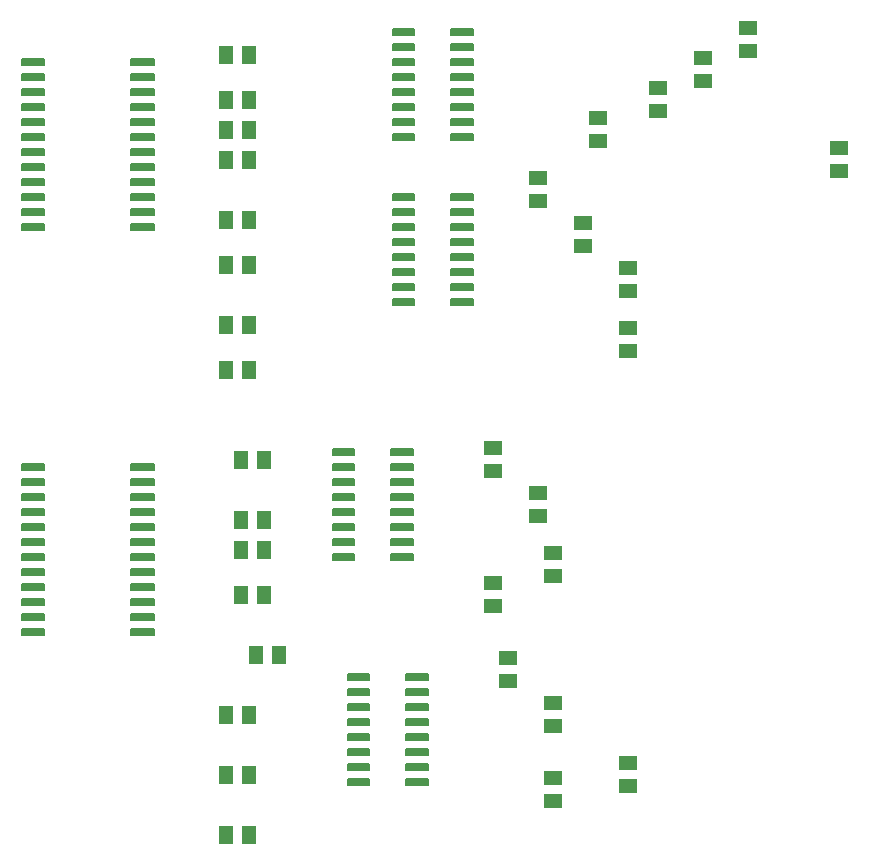
<source format=gtp>
G04 EAGLE Gerber RS-274X export*
G75*
%MOMM*%
%FSLAX34Y34*%
%LPD*%
%INSolderpaste Top*%
%IPPOS*%
%AMOC8*
5,1,8,0,0,1.08239X$1,22.5*%
G01*
%ADD10R,1.300000X1.500000*%
%ADD11R,1.500000X1.300000*%
%ADD12C,0.150000*%


D10*
X517500Y825500D03*
X498500Y825500D03*
X530200Y431800D03*
X511200Y431800D03*
X530200Y406400D03*
X511200Y406400D03*
X530200Y368300D03*
X511200Y368300D03*
X523900Y317500D03*
X542900Y317500D03*
X498500Y266700D03*
X517500Y266700D03*
X498500Y215900D03*
X517500Y215900D03*
X498500Y165100D03*
X517500Y165100D03*
D11*
X939800Y828700D03*
X939800Y847700D03*
X762000Y701700D03*
X762000Y720700D03*
X723900Y473100D03*
X723900Y492100D03*
D10*
X517500Y787400D03*
X498500Y787400D03*
D11*
X901700Y822300D03*
X901700Y803300D03*
X800100Y682600D03*
X800100Y663600D03*
X762000Y454000D03*
X762000Y435000D03*
X863600Y777900D03*
X863600Y796900D03*
X838200Y625500D03*
X838200Y644500D03*
X774700Y384200D03*
X774700Y403200D03*
X812800Y771500D03*
X812800Y752500D03*
X838200Y593700D03*
X838200Y574700D03*
X723900Y377800D03*
X723900Y358800D03*
X736600Y295300D03*
X736600Y314300D03*
D10*
X517500Y762000D03*
X498500Y762000D03*
D11*
X774700Y276200D03*
X774700Y257200D03*
X838200Y206400D03*
X838200Y225400D03*
X774700Y212700D03*
X774700Y193700D03*
X1017270Y727100D03*
X1017270Y746100D03*
D10*
X517500Y736600D03*
X498500Y736600D03*
X498500Y685800D03*
X517500Y685800D03*
X498500Y647700D03*
X517500Y647700D03*
X498500Y596900D03*
X517500Y596900D03*
X498500Y558800D03*
X517500Y558800D03*
X530200Y482600D03*
X511200Y482600D03*
D12*
X639250Y842300D02*
X657450Y842300D01*
X639250Y842300D02*
X639250Y846800D01*
X657450Y846800D01*
X657450Y842300D01*
X657450Y843725D02*
X639250Y843725D01*
X639250Y845150D02*
X657450Y845150D01*
X657450Y846575D02*
X639250Y846575D01*
X639250Y829600D02*
X657450Y829600D01*
X639250Y829600D02*
X639250Y834100D01*
X657450Y834100D01*
X657450Y829600D01*
X657450Y831025D02*
X639250Y831025D01*
X639250Y832450D02*
X657450Y832450D01*
X657450Y833875D02*
X639250Y833875D01*
X639250Y816900D02*
X657450Y816900D01*
X639250Y816900D02*
X639250Y821400D01*
X657450Y821400D01*
X657450Y816900D01*
X657450Y818325D02*
X639250Y818325D01*
X639250Y819750D02*
X657450Y819750D01*
X657450Y821175D02*
X639250Y821175D01*
X639250Y804200D02*
X657450Y804200D01*
X639250Y804200D02*
X639250Y808700D01*
X657450Y808700D01*
X657450Y804200D01*
X657450Y805625D02*
X639250Y805625D01*
X639250Y807050D02*
X657450Y807050D01*
X657450Y808475D02*
X639250Y808475D01*
X639250Y791500D02*
X657450Y791500D01*
X639250Y791500D02*
X639250Y796000D01*
X657450Y796000D01*
X657450Y791500D01*
X657450Y792925D02*
X639250Y792925D01*
X639250Y794350D02*
X657450Y794350D01*
X657450Y795775D02*
X639250Y795775D01*
X639250Y778800D02*
X657450Y778800D01*
X639250Y778800D02*
X639250Y783300D01*
X657450Y783300D01*
X657450Y778800D01*
X657450Y780225D02*
X639250Y780225D01*
X639250Y781650D02*
X657450Y781650D01*
X657450Y783075D02*
X639250Y783075D01*
X639250Y766100D02*
X657450Y766100D01*
X639250Y766100D02*
X639250Y770600D01*
X657450Y770600D01*
X657450Y766100D01*
X657450Y767525D02*
X639250Y767525D01*
X639250Y768950D02*
X657450Y768950D01*
X657450Y770375D02*
X639250Y770375D01*
X639250Y753400D02*
X657450Y753400D01*
X639250Y753400D02*
X639250Y757900D01*
X657450Y757900D01*
X657450Y753400D01*
X657450Y754825D02*
X639250Y754825D01*
X639250Y756250D02*
X657450Y756250D01*
X657450Y757675D02*
X639250Y757675D01*
X688750Y753400D02*
X706950Y753400D01*
X688750Y753400D02*
X688750Y757900D01*
X706950Y757900D01*
X706950Y753400D01*
X706950Y754825D02*
X688750Y754825D01*
X688750Y756250D02*
X706950Y756250D01*
X706950Y757675D02*
X688750Y757675D01*
X688750Y766100D02*
X706950Y766100D01*
X688750Y766100D02*
X688750Y770600D01*
X706950Y770600D01*
X706950Y766100D01*
X706950Y767525D02*
X688750Y767525D01*
X688750Y768950D02*
X706950Y768950D01*
X706950Y770375D02*
X688750Y770375D01*
X688750Y778800D02*
X706950Y778800D01*
X688750Y778800D02*
X688750Y783300D01*
X706950Y783300D01*
X706950Y778800D01*
X706950Y780225D02*
X688750Y780225D01*
X688750Y781650D02*
X706950Y781650D01*
X706950Y783075D02*
X688750Y783075D01*
X688750Y791500D02*
X706950Y791500D01*
X688750Y791500D02*
X688750Y796000D01*
X706950Y796000D01*
X706950Y791500D01*
X706950Y792925D02*
X688750Y792925D01*
X688750Y794350D02*
X706950Y794350D01*
X706950Y795775D02*
X688750Y795775D01*
X688750Y804200D02*
X706950Y804200D01*
X688750Y804200D02*
X688750Y808700D01*
X706950Y808700D01*
X706950Y804200D01*
X706950Y805625D02*
X688750Y805625D01*
X688750Y807050D02*
X706950Y807050D01*
X706950Y808475D02*
X688750Y808475D01*
X688750Y816900D02*
X706950Y816900D01*
X688750Y816900D02*
X688750Y821400D01*
X706950Y821400D01*
X706950Y816900D01*
X706950Y818325D02*
X688750Y818325D01*
X688750Y819750D02*
X706950Y819750D01*
X706950Y821175D02*
X688750Y821175D01*
X688750Y829600D02*
X706950Y829600D01*
X688750Y829600D02*
X688750Y834100D01*
X706950Y834100D01*
X706950Y829600D01*
X706950Y831025D02*
X688750Y831025D01*
X688750Y832450D02*
X706950Y832450D01*
X706950Y833875D02*
X688750Y833875D01*
X688750Y842300D02*
X706950Y842300D01*
X688750Y842300D02*
X688750Y846800D01*
X706950Y846800D01*
X706950Y842300D01*
X706950Y843725D02*
X688750Y843725D01*
X688750Y845150D02*
X706950Y845150D01*
X706950Y846575D02*
X688750Y846575D01*
X657450Y702600D02*
X639250Y702600D01*
X639250Y707100D01*
X657450Y707100D01*
X657450Y702600D01*
X657450Y704025D02*
X639250Y704025D01*
X639250Y705450D02*
X657450Y705450D01*
X657450Y706875D02*
X639250Y706875D01*
X639250Y689900D02*
X657450Y689900D01*
X639250Y689900D02*
X639250Y694400D01*
X657450Y694400D01*
X657450Y689900D01*
X657450Y691325D02*
X639250Y691325D01*
X639250Y692750D02*
X657450Y692750D01*
X657450Y694175D02*
X639250Y694175D01*
X639250Y677200D02*
X657450Y677200D01*
X639250Y677200D02*
X639250Y681700D01*
X657450Y681700D01*
X657450Y677200D01*
X657450Y678625D02*
X639250Y678625D01*
X639250Y680050D02*
X657450Y680050D01*
X657450Y681475D02*
X639250Y681475D01*
X639250Y664500D02*
X657450Y664500D01*
X639250Y664500D02*
X639250Y669000D01*
X657450Y669000D01*
X657450Y664500D01*
X657450Y665925D02*
X639250Y665925D01*
X639250Y667350D02*
X657450Y667350D01*
X657450Y668775D02*
X639250Y668775D01*
X639250Y651800D02*
X657450Y651800D01*
X639250Y651800D02*
X639250Y656300D01*
X657450Y656300D01*
X657450Y651800D01*
X657450Y653225D02*
X639250Y653225D01*
X639250Y654650D02*
X657450Y654650D01*
X657450Y656075D02*
X639250Y656075D01*
X639250Y639100D02*
X657450Y639100D01*
X639250Y639100D02*
X639250Y643600D01*
X657450Y643600D01*
X657450Y639100D01*
X657450Y640525D02*
X639250Y640525D01*
X639250Y641950D02*
X657450Y641950D01*
X657450Y643375D02*
X639250Y643375D01*
X639250Y626400D02*
X657450Y626400D01*
X639250Y626400D02*
X639250Y630900D01*
X657450Y630900D01*
X657450Y626400D01*
X657450Y627825D02*
X639250Y627825D01*
X639250Y629250D02*
X657450Y629250D01*
X657450Y630675D02*
X639250Y630675D01*
X639250Y613700D02*
X657450Y613700D01*
X639250Y613700D02*
X639250Y618200D01*
X657450Y618200D01*
X657450Y613700D01*
X657450Y615125D02*
X639250Y615125D01*
X639250Y616550D02*
X657450Y616550D01*
X657450Y617975D02*
X639250Y617975D01*
X688750Y613700D02*
X706950Y613700D01*
X688750Y613700D02*
X688750Y618200D01*
X706950Y618200D01*
X706950Y613700D01*
X706950Y615125D02*
X688750Y615125D01*
X688750Y616550D02*
X706950Y616550D01*
X706950Y617975D02*
X688750Y617975D01*
X688750Y626400D02*
X706950Y626400D01*
X688750Y626400D02*
X688750Y630900D01*
X706950Y630900D01*
X706950Y626400D01*
X706950Y627825D02*
X688750Y627825D01*
X688750Y629250D02*
X706950Y629250D01*
X706950Y630675D02*
X688750Y630675D01*
X688750Y639100D02*
X706950Y639100D01*
X688750Y639100D02*
X688750Y643600D01*
X706950Y643600D01*
X706950Y639100D01*
X706950Y640525D02*
X688750Y640525D01*
X688750Y641950D02*
X706950Y641950D01*
X706950Y643375D02*
X688750Y643375D01*
X688750Y651800D02*
X706950Y651800D01*
X688750Y651800D02*
X688750Y656300D01*
X706950Y656300D01*
X706950Y651800D01*
X706950Y653225D02*
X688750Y653225D01*
X688750Y654650D02*
X706950Y654650D01*
X706950Y656075D02*
X688750Y656075D01*
X688750Y664500D02*
X706950Y664500D01*
X688750Y664500D02*
X688750Y669000D01*
X706950Y669000D01*
X706950Y664500D01*
X706950Y665925D02*
X688750Y665925D01*
X688750Y667350D02*
X706950Y667350D01*
X706950Y668775D02*
X688750Y668775D01*
X688750Y677200D02*
X706950Y677200D01*
X688750Y677200D02*
X688750Y681700D01*
X706950Y681700D01*
X706950Y677200D01*
X706950Y678625D02*
X688750Y678625D01*
X688750Y680050D02*
X706950Y680050D01*
X706950Y681475D02*
X688750Y681475D01*
X688750Y689900D02*
X706950Y689900D01*
X688750Y689900D02*
X688750Y694400D01*
X706950Y694400D01*
X706950Y689900D01*
X706950Y691325D02*
X688750Y691325D01*
X688750Y692750D02*
X706950Y692750D01*
X706950Y694175D02*
X688750Y694175D01*
X688750Y702600D02*
X706950Y702600D01*
X688750Y702600D02*
X688750Y707100D01*
X706950Y707100D01*
X706950Y702600D01*
X706950Y704025D02*
X688750Y704025D01*
X688750Y705450D02*
X706950Y705450D01*
X706950Y706875D02*
X688750Y706875D01*
X606650Y486700D02*
X588450Y486700D01*
X588450Y491200D01*
X606650Y491200D01*
X606650Y486700D01*
X606650Y488125D02*
X588450Y488125D01*
X588450Y489550D02*
X606650Y489550D01*
X606650Y490975D02*
X588450Y490975D01*
X588450Y474000D02*
X606650Y474000D01*
X588450Y474000D02*
X588450Y478500D01*
X606650Y478500D01*
X606650Y474000D01*
X606650Y475425D02*
X588450Y475425D01*
X588450Y476850D02*
X606650Y476850D01*
X606650Y478275D02*
X588450Y478275D01*
X588450Y461300D02*
X606650Y461300D01*
X588450Y461300D02*
X588450Y465800D01*
X606650Y465800D01*
X606650Y461300D01*
X606650Y462725D02*
X588450Y462725D01*
X588450Y464150D02*
X606650Y464150D01*
X606650Y465575D02*
X588450Y465575D01*
X588450Y448600D02*
X606650Y448600D01*
X588450Y448600D02*
X588450Y453100D01*
X606650Y453100D01*
X606650Y448600D01*
X606650Y450025D02*
X588450Y450025D01*
X588450Y451450D02*
X606650Y451450D01*
X606650Y452875D02*
X588450Y452875D01*
X588450Y435900D02*
X606650Y435900D01*
X588450Y435900D02*
X588450Y440400D01*
X606650Y440400D01*
X606650Y435900D01*
X606650Y437325D02*
X588450Y437325D01*
X588450Y438750D02*
X606650Y438750D01*
X606650Y440175D02*
X588450Y440175D01*
X588450Y423200D02*
X606650Y423200D01*
X588450Y423200D02*
X588450Y427700D01*
X606650Y427700D01*
X606650Y423200D01*
X606650Y424625D02*
X588450Y424625D01*
X588450Y426050D02*
X606650Y426050D01*
X606650Y427475D02*
X588450Y427475D01*
X588450Y410500D02*
X606650Y410500D01*
X588450Y410500D02*
X588450Y415000D01*
X606650Y415000D01*
X606650Y410500D01*
X606650Y411925D02*
X588450Y411925D01*
X588450Y413350D02*
X606650Y413350D01*
X606650Y414775D02*
X588450Y414775D01*
X588450Y397800D02*
X606650Y397800D01*
X588450Y397800D02*
X588450Y402300D01*
X606650Y402300D01*
X606650Y397800D01*
X606650Y399225D02*
X588450Y399225D01*
X588450Y400650D02*
X606650Y400650D01*
X606650Y402075D02*
X588450Y402075D01*
X637950Y397800D02*
X656150Y397800D01*
X637950Y397800D02*
X637950Y402300D01*
X656150Y402300D01*
X656150Y397800D01*
X656150Y399225D02*
X637950Y399225D01*
X637950Y400650D02*
X656150Y400650D01*
X656150Y402075D02*
X637950Y402075D01*
X637950Y410500D02*
X656150Y410500D01*
X637950Y410500D02*
X637950Y415000D01*
X656150Y415000D01*
X656150Y410500D01*
X656150Y411925D02*
X637950Y411925D01*
X637950Y413350D02*
X656150Y413350D01*
X656150Y414775D02*
X637950Y414775D01*
X637950Y423200D02*
X656150Y423200D01*
X637950Y423200D02*
X637950Y427700D01*
X656150Y427700D01*
X656150Y423200D01*
X656150Y424625D02*
X637950Y424625D01*
X637950Y426050D02*
X656150Y426050D01*
X656150Y427475D02*
X637950Y427475D01*
X637950Y435900D02*
X656150Y435900D01*
X637950Y435900D02*
X637950Y440400D01*
X656150Y440400D01*
X656150Y435900D01*
X656150Y437325D02*
X637950Y437325D01*
X637950Y438750D02*
X656150Y438750D01*
X656150Y440175D02*
X637950Y440175D01*
X637950Y448600D02*
X656150Y448600D01*
X637950Y448600D02*
X637950Y453100D01*
X656150Y453100D01*
X656150Y448600D01*
X656150Y450025D02*
X637950Y450025D01*
X637950Y451450D02*
X656150Y451450D01*
X656150Y452875D02*
X637950Y452875D01*
X637950Y461300D02*
X656150Y461300D01*
X637950Y461300D02*
X637950Y465800D01*
X656150Y465800D01*
X656150Y461300D01*
X656150Y462725D02*
X637950Y462725D01*
X637950Y464150D02*
X656150Y464150D01*
X656150Y465575D02*
X637950Y465575D01*
X637950Y474000D02*
X656150Y474000D01*
X637950Y474000D02*
X637950Y478500D01*
X656150Y478500D01*
X656150Y474000D01*
X656150Y475425D02*
X637950Y475425D01*
X637950Y476850D02*
X656150Y476850D01*
X656150Y478275D02*
X637950Y478275D01*
X637950Y486700D02*
X656150Y486700D01*
X637950Y486700D02*
X637950Y491200D01*
X656150Y491200D01*
X656150Y486700D01*
X656150Y488125D02*
X637950Y488125D01*
X637950Y489550D02*
X656150Y489550D01*
X656150Y490975D02*
X637950Y490975D01*
X619350Y296200D02*
X601150Y296200D01*
X601150Y300700D01*
X619350Y300700D01*
X619350Y296200D01*
X619350Y297625D02*
X601150Y297625D01*
X601150Y299050D02*
X619350Y299050D01*
X619350Y300475D02*
X601150Y300475D01*
X601150Y283500D02*
X619350Y283500D01*
X601150Y283500D02*
X601150Y288000D01*
X619350Y288000D01*
X619350Y283500D01*
X619350Y284925D02*
X601150Y284925D01*
X601150Y286350D02*
X619350Y286350D01*
X619350Y287775D02*
X601150Y287775D01*
X601150Y270800D02*
X619350Y270800D01*
X601150Y270800D02*
X601150Y275300D01*
X619350Y275300D01*
X619350Y270800D01*
X619350Y272225D02*
X601150Y272225D01*
X601150Y273650D02*
X619350Y273650D01*
X619350Y275075D02*
X601150Y275075D01*
X601150Y258100D02*
X619350Y258100D01*
X601150Y258100D02*
X601150Y262600D01*
X619350Y262600D01*
X619350Y258100D01*
X619350Y259525D02*
X601150Y259525D01*
X601150Y260950D02*
X619350Y260950D01*
X619350Y262375D02*
X601150Y262375D01*
X601150Y245400D02*
X619350Y245400D01*
X601150Y245400D02*
X601150Y249900D01*
X619350Y249900D01*
X619350Y245400D01*
X619350Y246825D02*
X601150Y246825D01*
X601150Y248250D02*
X619350Y248250D01*
X619350Y249675D02*
X601150Y249675D01*
X601150Y232700D02*
X619350Y232700D01*
X601150Y232700D02*
X601150Y237200D01*
X619350Y237200D01*
X619350Y232700D01*
X619350Y234125D02*
X601150Y234125D01*
X601150Y235550D02*
X619350Y235550D01*
X619350Y236975D02*
X601150Y236975D01*
X601150Y220000D02*
X619350Y220000D01*
X601150Y220000D02*
X601150Y224500D01*
X619350Y224500D01*
X619350Y220000D01*
X619350Y221425D02*
X601150Y221425D01*
X601150Y222850D02*
X619350Y222850D01*
X619350Y224275D02*
X601150Y224275D01*
X601150Y207300D02*
X619350Y207300D01*
X601150Y207300D02*
X601150Y211800D01*
X619350Y211800D01*
X619350Y207300D01*
X619350Y208725D02*
X601150Y208725D01*
X601150Y210150D02*
X619350Y210150D01*
X619350Y211575D02*
X601150Y211575D01*
X650650Y207300D02*
X668850Y207300D01*
X650650Y207300D02*
X650650Y211800D01*
X668850Y211800D01*
X668850Y207300D01*
X668850Y208725D02*
X650650Y208725D01*
X650650Y210150D02*
X668850Y210150D01*
X668850Y211575D02*
X650650Y211575D01*
X650650Y220000D02*
X668850Y220000D01*
X650650Y220000D02*
X650650Y224500D01*
X668850Y224500D01*
X668850Y220000D01*
X668850Y221425D02*
X650650Y221425D01*
X650650Y222850D02*
X668850Y222850D01*
X668850Y224275D02*
X650650Y224275D01*
X650650Y232700D02*
X668850Y232700D01*
X650650Y232700D02*
X650650Y237200D01*
X668850Y237200D01*
X668850Y232700D01*
X668850Y234125D02*
X650650Y234125D01*
X650650Y235550D02*
X668850Y235550D01*
X668850Y236975D02*
X650650Y236975D01*
X650650Y245400D02*
X668850Y245400D01*
X650650Y245400D02*
X650650Y249900D01*
X668850Y249900D01*
X668850Y245400D01*
X668850Y246825D02*
X650650Y246825D01*
X650650Y248250D02*
X668850Y248250D01*
X668850Y249675D02*
X650650Y249675D01*
X650650Y258100D02*
X668850Y258100D01*
X650650Y258100D02*
X650650Y262600D01*
X668850Y262600D01*
X668850Y258100D01*
X668850Y259525D02*
X650650Y259525D01*
X650650Y260950D02*
X668850Y260950D01*
X668850Y262375D02*
X650650Y262375D01*
X650650Y270800D02*
X668850Y270800D01*
X650650Y270800D02*
X650650Y275300D01*
X668850Y275300D01*
X668850Y270800D01*
X668850Y272225D02*
X650650Y272225D01*
X650650Y273650D02*
X668850Y273650D01*
X668850Y275075D02*
X650650Y275075D01*
X650650Y283500D02*
X668850Y283500D01*
X650650Y283500D02*
X650650Y288000D01*
X668850Y288000D01*
X668850Y283500D01*
X668850Y284925D02*
X650650Y284925D01*
X650650Y286350D02*
X668850Y286350D01*
X668850Y287775D02*
X650650Y287775D01*
X650650Y296200D02*
X668850Y296200D01*
X650650Y296200D02*
X650650Y300700D01*
X668850Y300700D01*
X668850Y296200D01*
X668850Y297625D02*
X650650Y297625D01*
X650650Y299050D02*
X668850Y299050D01*
X668850Y300475D02*
X650650Y300475D01*
X344150Y816900D02*
X325050Y816900D01*
X325050Y821400D01*
X344150Y821400D01*
X344150Y816900D01*
X344150Y818325D02*
X325050Y818325D01*
X325050Y819750D02*
X344150Y819750D01*
X344150Y821175D02*
X325050Y821175D01*
X325050Y804200D02*
X344150Y804200D01*
X325050Y804200D02*
X325050Y808700D01*
X344150Y808700D01*
X344150Y804200D01*
X344150Y805625D02*
X325050Y805625D01*
X325050Y807050D02*
X344150Y807050D01*
X344150Y808475D02*
X325050Y808475D01*
X325050Y791500D02*
X344150Y791500D01*
X325050Y791500D02*
X325050Y796000D01*
X344150Y796000D01*
X344150Y791500D01*
X344150Y792925D02*
X325050Y792925D01*
X325050Y794350D02*
X344150Y794350D01*
X344150Y795775D02*
X325050Y795775D01*
X325050Y778800D02*
X344150Y778800D01*
X325050Y778800D02*
X325050Y783300D01*
X344150Y783300D01*
X344150Y778800D01*
X344150Y780225D02*
X325050Y780225D01*
X325050Y781650D02*
X344150Y781650D01*
X344150Y783075D02*
X325050Y783075D01*
X325050Y766100D02*
X344150Y766100D01*
X325050Y766100D02*
X325050Y770600D01*
X344150Y770600D01*
X344150Y766100D01*
X344150Y767525D02*
X325050Y767525D01*
X325050Y768950D02*
X344150Y768950D01*
X344150Y770375D02*
X325050Y770375D01*
X325050Y753400D02*
X344150Y753400D01*
X325050Y753400D02*
X325050Y757900D01*
X344150Y757900D01*
X344150Y753400D01*
X344150Y754825D02*
X325050Y754825D01*
X325050Y756250D02*
X344150Y756250D01*
X344150Y757675D02*
X325050Y757675D01*
X325050Y740700D02*
X344150Y740700D01*
X325050Y740700D02*
X325050Y745200D01*
X344150Y745200D01*
X344150Y740700D01*
X344150Y742125D02*
X325050Y742125D01*
X325050Y743550D02*
X344150Y743550D01*
X344150Y744975D02*
X325050Y744975D01*
X325050Y728000D02*
X344150Y728000D01*
X325050Y728000D02*
X325050Y732500D01*
X344150Y732500D01*
X344150Y728000D01*
X344150Y729425D02*
X325050Y729425D01*
X325050Y730850D02*
X344150Y730850D01*
X344150Y732275D02*
X325050Y732275D01*
X325050Y715300D02*
X344150Y715300D01*
X325050Y715300D02*
X325050Y719800D01*
X344150Y719800D01*
X344150Y715300D01*
X344150Y716725D02*
X325050Y716725D01*
X325050Y718150D02*
X344150Y718150D01*
X344150Y719575D02*
X325050Y719575D01*
X325050Y702600D02*
X344150Y702600D01*
X325050Y702600D02*
X325050Y707100D01*
X344150Y707100D01*
X344150Y702600D01*
X344150Y704025D02*
X325050Y704025D01*
X325050Y705450D02*
X344150Y705450D01*
X344150Y706875D02*
X325050Y706875D01*
X325050Y689900D02*
X344150Y689900D01*
X325050Y689900D02*
X325050Y694400D01*
X344150Y694400D01*
X344150Y689900D01*
X344150Y691325D02*
X325050Y691325D01*
X325050Y692750D02*
X344150Y692750D01*
X344150Y694175D02*
X325050Y694175D01*
X325050Y677200D02*
X344150Y677200D01*
X325050Y677200D02*
X325050Y681700D01*
X344150Y681700D01*
X344150Y677200D01*
X344150Y678625D02*
X325050Y678625D01*
X325050Y680050D02*
X344150Y680050D01*
X344150Y681475D02*
X325050Y681475D01*
X417850Y677200D02*
X436950Y677200D01*
X417850Y677200D02*
X417850Y681700D01*
X436950Y681700D01*
X436950Y677200D01*
X436950Y678625D02*
X417850Y678625D01*
X417850Y680050D02*
X436950Y680050D01*
X436950Y681475D02*
X417850Y681475D01*
X417850Y689900D02*
X436950Y689900D01*
X417850Y689900D02*
X417850Y694400D01*
X436950Y694400D01*
X436950Y689900D01*
X436950Y691325D02*
X417850Y691325D01*
X417850Y692750D02*
X436950Y692750D01*
X436950Y694175D02*
X417850Y694175D01*
X417850Y702600D02*
X436950Y702600D01*
X417850Y702600D02*
X417850Y707100D01*
X436950Y707100D01*
X436950Y702600D01*
X436950Y704025D02*
X417850Y704025D01*
X417850Y705450D02*
X436950Y705450D01*
X436950Y706875D02*
X417850Y706875D01*
X417850Y715300D02*
X436950Y715300D01*
X417850Y715300D02*
X417850Y719800D01*
X436950Y719800D01*
X436950Y715300D01*
X436950Y716725D02*
X417850Y716725D01*
X417850Y718150D02*
X436950Y718150D01*
X436950Y719575D02*
X417850Y719575D01*
X417850Y728000D02*
X436950Y728000D01*
X417850Y728000D02*
X417850Y732500D01*
X436950Y732500D01*
X436950Y728000D01*
X436950Y729425D02*
X417850Y729425D01*
X417850Y730850D02*
X436950Y730850D01*
X436950Y732275D02*
X417850Y732275D01*
X417850Y740700D02*
X436950Y740700D01*
X417850Y740700D02*
X417850Y745200D01*
X436950Y745200D01*
X436950Y740700D01*
X436950Y742125D02*
X417850Y742125D01*
X417850Y743550D02*
X436950Y743550D01*
X436950Y744975D02*
X417850Y744975D01*
X417850Y753400D02*
X436950Y753400D01*
X417850Y753400D02*
X417850Y757900D01*
X436950Y757900D01*
X436950Y753400D01*
X436950Y754825D02*
X417850Y754825D01*
X417850Y756250D02*
X436950Y756250D01*
X436950Y757675D02*
X417850Y757675D01*
X417850Y766100D02*
X436950Y766100D01*
X417850Y766100D02*
X417850Y770600D01*
X436950Y770600D01*
X436950Y766100D01*
X436950Y767525D02*
X417850Y767525D01*
X417850Y768950D02*
X436950Y768950D01*
X436950Y770375D02*
X417850Y770375D01*
X417850Y778800D02*
X436950Y778800D01*
X417850Y778800D02*
X417850Y783300D01*
X436950Y783300D01*
X436950Y778800D01*
X436950Y780225D02*
X417850Y780225D01*
X417850Y781650D02*
X436950Y781650D01*
X436950Y783075D02*
X417850Y783075D01*
X417850Y791500D02*
X436950Y791500D01*
X417850Y791500D02*
X417850Y796000D01*
X436950Y796000D01*
X436950Y791500D01*
X436950Y792925D02*
X417850Y792925D01*
X417850Y794350D02*
X436950Y794350D01*
X436950Y795775D02*
X417850Y795775D01*
X417850Y804200D02*
X436950Y804200D01*
X417850Y804200D02*
X417850Y808700D01*
X436950Y808700D01*
X436950Y804200D01*
X436950Y805625D02*
X417850Y805625D01*
X417850Y807050D02*
X436950Y807050D01*
X436950Y808475D02*
X417850Y808475D01*
X417850Y816900D02*
X436950Y816900D01*
X417850Y816900D02*
X417850Y821400D01*
X436950Y821400D01*
X436950Y816900D01*
X436950Y818325D02*
X417850Y818325D01*
X417850Y819750D02*
X436950Y819750D01*
X436950Y821175D02*
X417850Y821175D01*
X344150Y474000D02*
X325050Y474000D01*
X325050Y478500D01*
X344150Y478500D01*
X344150Y474000D01*
X344150Y475425D02*
X325050Y475425D01*
X325050Y476850D02*
X344150Y476850D01*
X344150Y478275D02*
X325050Y478275D01*
X325050Y461300D02*
X344150Y461300D01*
X325050Y461300D02*
X325050Y465800D01*
X344150Y465800D01*
X344150Y461300D01*
X344150Y462725D02*
X325050Y462725D01*
X325050Y464150D02*
X344150Y464150D01*
X344150Y465575D02*
X325050Y465575D01*
X325050Y448600D02*
X344150Y448600D01*
X325050Y448600D02*
X325050Y453100D01*
X344150Y453100D01*
X344150Y448600D01*
X344150Y450025D02*
X325050Y450025D01*
X325050Y451450D02*
X344150Y451450D01*
X344150Y452875D02*
X325050Y452875D01*
X325050Y435900D02*
X344150Y435900D01*
X325050Y435900D02*
X325050Y440400D01*
X344150Y440400D01*
X344150Y435900D01*
X344150Y437325D02*
X325050Y437325D01*
X325050Y438750D02*
X344150Y438750D01*
X344150Y440175D02*
X325050Y440175D01*
X325050Y423200D02*
X344150Y423200D01*
X325050Y423200D02*
X325050Y427700D01*
X344150Y427700D01*
X344150Y423200D01*
X344150Y424625D02*
X325050Y424625D01*
X325050Y426050D02*
X344150Y426050D01*
X344150Y427475D02*
X325050Y427475D01*
X325050Y410500D02*
X344150Y410500D01*
X325050Y410500D02*
X325050Y415000D01*
X344150Y415000D01*
X344150Y410500D01*
X344150Y411925D02*
X325050Y411925D01*
X325050Y413350D02*
X344150Y413350D01*
X344150Y414775D02*
X325050Y414775D01*
X325050Y397800D02*
X344150Y397800D01*
X325050Y397800D02*
X325050Y402300D01*
X344150Y402300D01*
X344150Y397800D01*
X344150Y399225D02*
X325050Y399225D01*
X325050Y400650D02*
X344150Y400650D01*
X344150Y402075D02*
X325050Y402075D01*
X325050Y385100D02*
X344150Y385100D01*
X325050Y385100D02*
X325050Y389600D01*
X344150Y389600D01*
X344150Y385100D01*
X344150Y386525D02*
X325050Y386525D01*
X325050Y387950D02*
X344150Y387950D01*
X344150Y389375D02*
X325050Y389375D01*
X325050Y372400D02*
X344150Y372400D01*
X325050Y372400D02*
X325050Y376900D01*
X344150Y376900D01*
X344150Y372400D01*
X344150Y373825D02*
X325050Y373825D01*
X325050Y375250D02*
X344150Y375250D01*
X344150Y376675D02*
X325050Y376675D01*
X325050Y359700D02*
X344150Y359700D01*
X325050Y359700D02*
X325050Y364200D01*
X344150Y364200D01*
X344150Y359700D01*
X344150Y361125D02*
X325050Y361125D01*
X325050Y362550D02*
X344150Y362550D01*
X344150Y363975D02*
X325050Y363975D01*
X325050Y347000D02*
X344150Y347000D01*
X325050Y347000D02*
X325050Y351500D01*
X344150Y351500D01*
X344150Y347000D01*
X344150Y348425D02*
X325050Y348425D01*
X325050Y349850D02*
X344150Y349850D01*
X344150Y351275D02*
X325050Y351275D01*
X325050Y334300D02*
X344150Y334300D01*
X325050Y334300D02*
X325050Y338800D01*
X344150Y338800D01*
X344150Y334300D01*
X344150Y335725D02*
X325050Y335725D01*
X325050Y337150D02*
X344150Y337150D01*
X344150Y338575D02*
X325050Y338575D01*
X417850Y334300D02*
X436950Y334300D01*
X417850Y334300D02*
X417850Y338800D01*
X436950Y338800D01*
X436950Y334300D01*
X436950Y335725D02*
X417850Y335725D01*
X417850Y337150D02*
X436950Y337150D01*
X436950Y338575D02*
X417850Y338575D01*
X417850Y347000D02*
X436950Y347000D01*
X417850Y347000D02*
X417850Y351500D01*
X436950Y351500D01*
X436950Y347000D01*
X436950Y348425D02*
X417850Y348425D01*
X417850Y349850D02*
X436950Y349850D01*
X436950Y351275D02*
X417850Y351275D01*
X417850Y359700D02*
X436950Y359700D01*
X417850Y359700D02*
X417850Y364200D01*
X436950Y364200D01*
X436950Y359700D01*
X436950Y361125D02*
X417850Y361125D01*
X417850Y362550D02*
X436950Y362550D01*
X436950Y363975D02*
X417850Y363975D01*
X417850Y372400D02*
X436950Y372400D01*
X417850Y372400D02*
X417850Y376900D01*
X436950Y376900D01*
X436950Y372400D01*
X436950Y373825D02*
X417850Y373825D01*
X417850Y375250D02*
X436950Y375250D01*
X436950Y376675D02*
X417850Y376675D01*
X417850Y385100D02*
X436950Y385100D01*
X417850Y385100D02*
X417850Y389600D01*
X436950Y389600D01*
X436950Y385100D01*
X436950Y386525D02*
X417850Y386525D01*
X417850Y387950D02*
X436950Y387950D01*
X436950Y389375D02*
X417850Y389375D01*
X417850Y397800D02*
X436950Y397800D01*
X417850Y397800D02*
X417850Y402300D01*
X436950Y402300D01*
X436950Y397800D01*
X436950Y399225D02*
X417850Y399225D01*
X417850Y400650D02*
X436950Y400650D01*
X436950Y402075D02*
X417850Y402075D01*
X417850Y410500D02*
X436950Y410500D01*
X417850Y410500D02*
X417850Y415000D01*
X436950Y415000D01*
X436950Y410500D01*
X436950Y411925D02*
X417850Y411925D01*
X417850Y413350D02*
X436950Y413350D01*
X436950Y414775D02*
X417850Y414775D01*
X417850Y423200D02*
X436950Y423200D01*
X417850Y423200D02*
X417850Y427700D01*
X436950Y427700D01*
X436950Y423200D01*
X436950Y424625D02*
X417850Y424625D01*
X417850Y426050D02*
X436950Y426050D01*
X436950Y427475D02*
X417850Y427475D01*
X417850Y435900D02*
X436950Y435900D01*
X417850Y435900D02*
X417850Y440400D01*
X436950Y440400D01*
X436950Y435900D01*
X436950Y437325D02*
X417850Y437325D01*
X417850Y438750D02*
X436950Y438750D01*
X436950Y440175D02*
X417850Y440175D01*
X417850Y448600D02*
X436950Y448600D01*
X417850Y448600D02*
X417850Y453100D01*
X436950Y453100D01*
X436950Y448600D01*
X436950Y450025D02*
X417850Y450025D01*
X417850Y451450D02*
X436950Y451450D01*
X436950Y452875D02*
X417850Y452875D01*
X417850Y461300D02*
X436950Y461300D01*
X417850Y461300D02*
X417850Y465800D01*
X436950Y465800D01*
X436950Y461300D01*
X436950Y462725D02*
X417850Y462725D01*
X417850Y464150D02*
X436950Y464150D01*
X436950Y465575D02*
X417850Y465575D01*
X417850Y474000D02*
X436950Y474000D01*
X417850Y474000D02*
X417850Y478500D01*
X436950Y478500D01*
X436950Y474000D01*
X436950Y475425D02*
X417850Y475425D01*
X417850Y476850D02*
X436950Y476850D01*
X436950Y478275D02*
X417850Y478275D01*
M02*

</source>
